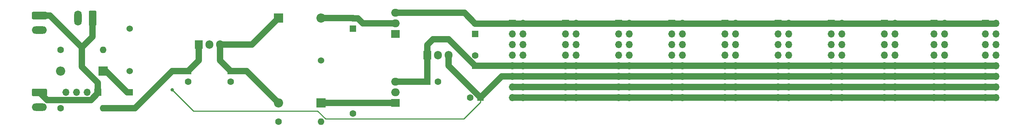
<source format=gbr>
%TF.GenerationSoftware,KiCad,Pcbnew,5.1.6*%
%TF.CreationDate,2020-09-08T23:32:54+02:00*%
%TF.ProjectId,psu,7073752e-6b69-4636-9164-5f7063625858,rev?*%
%TF.SameCoordinates,Original*%
%TF.FileFunction,Copper,L2,Bot*%
%TF.FilePolarity,Positive*%
%FSLAX46Y46*%
G04 Gerber Fmt 4.6, Leading zero omitted, Abs format (unit mm)*
G04 Created by KiCad (PCBNEW 5.1.6) date 2020-09-08 23:32:54*
%MOMM*%
%LPD*%
G01*
G04 APERTURE LIST*
%TA.AperFunction,ComponentPad*%
%ADD10O,1.905000X2.000000*%
%TD*%
%TA.AperFunction,ComponentPad*%
%ADD11R,1.905000X2.000000*%
%TD*%
%TA.AperFunction,ComponentPad*%
%ADD12O,1.600000X1.600000*%
%TD*%
%TA.AperFunction,ComponentPad*%
%ADD13C,1.600000*%
%TD*%
%TA.AperFunction,ComponentPad*%
%ADD14O,2.200000X2.200000*%
%TD*%
%TA.AperFunction,ComponentPad*%
%ADD15R,2.200000X2.200000*%
%TD*%
%TA.AperFunction,ComponentPad*%
%ADD16R,1.600000X1.600000*%
%TD*%
%TA.AperFunction,ComponentPad*%
%ADD17O,1.800000X3.600000*%
%TD*%
%TA.AperFunction,ComponentPad*%
%ADD18O,3.600000X1.800000*%
%TD*%
%TA.AperFunction,ComponentPad*%
%ADD19O,2.000000X1.905000*%
%TD*%
%TA.AperFunction,ComponentPad*%
%ADD20R,2.000000X1.905000*%
%TD*%
%TA.AperFunction,ComponentPad*%
%ADD21O,1.700000X1.700000*%
%TD*%
%TA.AperFunction,ComponentPad*%
%ADD22R,1.700000X1.700000*%
%TD*%
%TA.AperFunction,ComponentPad*%
%ADD23C,1.524000*%
%TD*%
%TA.AperFunction,ComponentPad*%
%ADD24R,1.524000X1.524000*%
%TD*%
%TA.AperFunction,ViaPad*%
%ADD25C,0.800000*%
%TD*%
%TA.AperFunction,Conductor*%
%ADD26C,1.500000*%
%TD*%
%TA.AperFunction,Conductor*%
%ADD27C,0.250000*%
%TD*%
G04 APERTURE END LIST*
D10*
%TO.P,U5,3*%
%TO.N,Net-(C8-Pad1)*%
X88900000Y-85090000D03*
%TO.P,U5,2*%
%TO.N,GND*%
X86360000Y-85090000D03*
D11*
%TO.P,U5,1*%
%TO.N,Net-(C7-Pad1)*%
X83820000Y-85090000D03*
%TD*%
D12*
%TO.P,R3,2*%
%TO.N,0V*%
X113030000Y-103505000D03*
D13*
%TO.P,R3,1*%
%TO.N,GND*%
X102870000Y-103505000D03*
%TD*%
D12*
%TO.P,R2,2*%
%TO.N,Net-(C7-Pad1)*%
X60960000Y-100330000D03*
D13*
%TO.P,R2,1*%
%TO.N,VIN*%
X50800000Y-100330000D03*
%TD*%
D14*
%TO.P,D3,2*%
%TO.N,-15V*%
X113030000Y-78740000D03*
D15*
%TO.P,D3,1*%
%TO.N,Net-(C8-Pad1)*%
X102870000Y-78740000D03*
%TD*%
D14*
%TO.P,D2,2*%
%TO.N,Net-(C8-Pad1)*%
X102870000Y-99060000D03*
D15*
%TO.P,D2,1*%
%TO.N,+15V*%
X113030000Y-99060000D03*
%TD*%
D13*
%TO.P,C8,2*%
%TO.N,GND*%
X91440000Y-93940000D03*
D16*
%TO.P,C8,1*%
%TO.N,Net-(C8-Pad1)*%
X91440000Y-91440000D03*
%TD*%
D13*
%TO.P,C7,2*%
%TO.N,GND*%
X81280000Y-93940000D03*
D16*
%TO.P,C7,1*%
%TO.N,Net-(C7-Pad1)*%
X81280000Y-91440000D03*
%TD*%
D17*
%TO.P,J3,2*%
%TO.N,GND*%
X54920000Y-78740000D03*
%TO.P,J3,1*%
%TO.N,Net-(J1-Pad1)*%
%TA.AperFunction,ComponentPad*%
G36*
G01*
X59320000Y-77190000D02*
X59320000Y-80290000D01*
G75*
G02*
X59070000Y-80540000I-250000J0D01*
G01*
X57770000Y-80540000D01*
G75*
G02*
X57520000Y-80290000I0J250000D01*
G01*
X57520000Y-77190000D01*
G75*
G02*
X57770000Y-76940000I250000J0D01*
G01*
X59070000Y-76940000D01*
G75*
G02*
X59320000Y-77190000I0J-250000D01*
G01*
G37*
%TD.AperFunction*%
%TD*%
D18*
%TO.P,J2,2*%
%TO.N,GND*%
X45720000Y-81605000D03*
%TO.P,J2,1*%
%TO.N,Net-(J1-Pad1)*%
%TA.AperFunction,ComponentPad*%
G36*
G01*
X44170000Y-77205000D02*
X47270000Y-77205000D01*
G75*
G02*
X47520000Y-77455000I0J-250000D01*
G01*
X47520000Y-78755000D01*
G75*
G02*
X47270000Y-79005000I-250000J0D01*
G01*
X44170000Y-79005000D01*
G75*
G02*
X43920000Y-78755000I0J250000D01*
G01*
X43920000Y-77455000D01*
G75*
G02*
X44170000Y-77205000I250000J0D01*
G01*
G37*
%TD.AperFunction*%
%TD*%
%TO.P,J1,2*%
%TO.N,GND*%
X45720000Y-100020000D03*
%TO.P,J1,1*%
%TO.N,Net-(J1-Pad1)*%
%TA.AperFunction,ComponentPad*%
G36*
G01*
X44170000Y-95620000D02*
X47270000Y-95620000D01*
G75*
G02*
X47520000Y-95870000I0J-250000D01*
G01*
X47520000Y-97170000D01*
G75*
G02*
X47270000Y-97420000I-250000J0D01*
G01*
X44170000Y-97420000D01*
G75*
G02*
X43920000Y-97170000I0J250000D01*
G01*
X43920000Y-95870000D01*
G75*
G02*
X44170000Y-95620000I250000J0D01*
G01*
G37*
%TD.AperFunction*%
%TD*%
D19*
%TO.P,U3,3*%
%TO.N,-12V*%
X130810000Y-77470000D03*
%TO.P,U3,2*%
%TO.N,-15V*%
X130810000Y-80010000D03*
D20*
%TO.P,U3,1*%
%TO.N,0V*%
X130810000Y-82550000D03*
%TD*%
D19*
%TO.P,U2,3*%
%TO.N,+12V*%
X130810000Y-93980000D03*
%TO.P,U2,2*%
%TO.N,0V*%
X130810000Y-96520000D03*
D20*
%TO.P,U2,1*%
%TO.N,+15V*%
X130810000Y-99060000D03*
%TD*%
D21*
%TO.P,J13,16*%
%TO.N,Gate*%
X274320000Y-97790000D03*
%TO.P,J13,15*%
X271780000Y-97790000D03*
%TO.P,J13,14*%
%TO.N,CV*%
X274320000Y-95250000D03*
%TO.P,J13,13*%
X271780000Y-95250000D03*
%TO.P,J13,12*%
%TO.N,+5V*%
X274320000Y-92710000D03*
%TO.P,J13,11*%
X271780000Y-92710000D03*
%TO.P,J13,10*%
%TO.N,+12V*%
X274320000Y-90170000D03*
%TO.P,J13,9*%
X271780000Y-90170000D03*
%TO.P,J13,8*%
%TO.N,0V*%
X274320000Y-87630000D03*
%TO.P,J13,7*%
X271780000Y-87630000D03*
%TO.P,J13,6*%
X274320000Y-85090000D03*
%TO.P,J13,5*%
X271780000Y-85090000D03*
%TO.P,J13,4*%
X274320000Y-82550000D03*
%TO.P,J13,3*%
X271780000Y-82550000D03*
%TO.P,J13,2*%
%TO.N,-12V*%
X274320000Y-80010000D03*
D22*
%TO.P,J13,1*%
X271780000Y-80010000D03*
%TD*%
D21*
%TO.P,J12,16*%
%TO.N,Gate*%
X262024759Y-97790000D03*
%TO.P,J12,15*%
X259484759Y-97790000D03*
%TO.P,J12,14*%
%TO.N,CV*%
X262024759Y-95250000D03*
%TO.P,J12,13*%
X259484759Y-95250000D03*
%TO.P,J12,12*%
%TO.N,+5V*%
X262024759Y-92710000D03*
%TO.P,J12,11*%
X259484759Y-92710000D03*
%TO.P,J12,10*%
%TO.N,+12V*%
X262024759Y-90170000D03*
%TO.P,J12,9*%
X259484759Y-90170000D03*
%TO.P,J12,8*%
%TO.N,0V*%
X262024759Y-87630000D03*
%TO.P,J12,7*%
X259484759Y-87630000D03*
%TO.P,J12,6*%
X262024759Y-85090000D03*
%TO.P,J12,5*%
X259484759Y-85090000D03*
%TO.P,J12,4*%
X262024759Y-82550000D03*
%TO.P,J12,3*%
X259484759Y-82550000D03*
%TO.P,J12,2*%
%TO.N,-12V*%
X262024759Y-80010000D03*
D22*
%TO.P,J12,1*%
X259484759Y-80010000D03*
%TD*%
D21*
%TO.P,J11,16*%
%TO.N,Gate*%
X250190000Y-97790000D03*
%TO.P,J11,15*%
X247650000Y-97790000D03*
%TO.P,J11,14*%
%TO.N,CV*%
X250190000Y-95250000D03*
%TO.P,J11,13*%
X247650000Y-95250000D03*
%TO.P,J11,12*%
%TO.N,+5V*%
X250190000Y-92710000D03*
%TO.P,J11,11*%
X247650000Y-92710000D03*
%TO.P,J11,10*%
%TO.N,+12V*%
X250190000Y-90170000D03*
%TO.P,J11,9*%
X247650000Y-90170000D03*
%TO.P,J11,8*%
%TO.N,0V*%
X250190000Y-87630000D03*
%TO.P,J11,7*%
X247650000Y-87630000D03*
%TO.P,J11,6*%
X250190000Y-85090000D03*
%TO.P,J11,5*%
X247650000Y-85090000D03*
%TO.P,J11,4*%
X250190000Y-82550000D03*
%TO.P,J11,3*%
X247650000Y-82550000D03*
%TO.P,J11,2*%
%TO.N,-12V*%
X250190000Y-80010000D03*
D22*
%TO.P,J11,1*%
X247650000Y-80010000D03*
%TD*%
D21*
%TO.P,J10,16*%
%TO.N,Gate*%
X237490000Y-97790000D03*
%TO.P,J10,15*%
X234950000Y-97790000D03*
%TO.P,J10,14*%
%TO.N,CV*%
X237490000Y-95250000D03*
%TO.P,J10,13*%
X234950000Y-95250000D03*
%TO.P,J10,12*%
%TO.N,+5V*%
X237490000Y-92710000D03*
%TO.P,J10,11*%
X234950000Y-92710000D03*
%TO.P,J10,10*%
%TO.N,+12V*%
X237490000Y-90170000D03*
%TO.P,J10,9*%
X234950000Y-90170000D03*
%TO.P,J10,8*%
%TO.N,0V*%
X237490000Y-87630000D03*
%TO.P,J10,7*%
X234950000Y-87630000D03*
%TO.P,J10,6*%
X237490000Y-85090000D03*
%TO.P,J10,5*%
X234950000Y-85090000D03*
%TO.P,J10,4*%
X237490000Y-82550000D03*
%TO.P,J10,3*%
X234950000Y-82550000D03*
%TO.P,J10,2*%
%TO.N,-12V*%
X237490000Y-80010000D03*
D22*
%TO.P,J10,1*%
X234950000Y-80010000D03*
%TD*%
D21*
%TO.P,J9,16*%
%TO.N,Gate*%
X224790000Y-97790000D03*
%TO.P,J9,15*%
X222250000Y-97790000D03*
%TO.P,J9,14*%
%TO.N,CV*%
X224790000Y-95250000D03*
%TO.P,J9,13*%
X222250000Y-95250000D03*
%TO.P,J9,12*%
%TO.N,+5V*%
X224790000Y-92710000D03*
%TO.P,J9,11*%
X222250000Y-92710000D03*
%TO.P,J9,10*%
%TO.N,+12V*%
X224790000Y-90170000D03*
%TO.P,J9,9*%
X222250000Y-90170000D03*
%TO.P,J9,8*%
%TO.N,0V*%
X224790000Y-87630000D03*
%TO.P,J9,7*%
X222250000Y-87630000D03*
%TO.P,J9,6*%
X224790000Y-85090000D03*
%TO.P,J9,5*%
X222250000Y-85090000D03*
%TO.P,J9,4*%
X224790000Y-82550000D03*
%TO.P,J9,3*%
X222250000Y-82550000D03*
%TO.P,J9,2*%
%TO.N,-12V*%
X224790000Y-80010000D03*
D22*
%TO.P,J9,1*%
X222250000Y-80010000D03*
%TD*%
D21*
%TO.P,J8,16*%
%TO.N,Gate*%
X212090000Y-97790000D03*
%TO.P,J8,15*%
X209550000Y-97790000D03*
%TO.P,J8,14*%
%TO.N,CV*%
X212090000Y-95250000D03*
%TO.P,J8,13*%
X209550000Y-95250000D03*
%TO.P,J8,12*%
%TO.N,+5V*%
X212090000Y-92710000D03*
%TO.P,J8,11*%
X209550000Y-92710000D03*
%TO.P,J8,10*%
%TO.N,+12V*%
X212090000Y-90170000D03*
%TO.P,J8,9*%
X209550000Y-90170000D03*
%TO.P,J8,8*%
%TO.N,0V*%
X212090000Y-87630000D03*
%TO.P,J8,7*%
X209550000Y-87630000D03*
%TO.P,J8,6*%
X212090000Y-85090000D03*
%TO.P,J8,5*%
X209550000Y-85090000D03*
%TO.P,J8,4*%
X212090000Y-82550000D03*
%TO.P,J8,3*%
X209550000Y-82550000D03*
%TO.P,J8,2*%
%TO.N,-12V*%
X212090000Y-80010000D03*
D22*
%TO.P,J8,1*%
X209550000Y-80010000D03*
%TD*%
D21*
%TO.P,J7,16*%
%TO.N,Gate*%
X199390000Y-97790000D03*
%TO.P,J7,15*%
X196850000Y-97790000D03*
%TO.P,J7,14*%
%TO.N,CV*%
X199390000Y-95250000D03*
%TO.P,J7,13*%
X196850000Y-95250000D03*
%TO.P,J7,12*%
%TO.N,+5V*%
X199390000Y-92710000D03*
%TO.P,J7,11*%
X196850000Y-92710000D03*
%TO.P,J7,10*%
%TO.N,+12V*%
X199390000Y-90170000D03*
%TO.P,J7,9*%
X196850000Y-90170000D03*
%TO.P,J7,8*%
%TO.N,0V*%
X199390000Y-87630000D03*
%TO.P,J7,7*%
X196850000Y-87630000D03*
%TO.P,J7,6*%
X199390000Y-85090000D03*
%TO.P,J7,5*%
X196850000Y-85090000D03*
%TO.P,J7,4*%
X199390000Y-82550000D03*
%TO.P,J7,3*%
X196850000Y-82550000D03*
%TO.P,J7,2*%
%TO.N,-12V*%
X199390000Y-80010000D03*
D22*
%TO.P,J7,1*%
X196850000Y-80010000D03*
%TD*%
D21*
%TO.P,J6,16*%
%TO.N,Gate*%
X186690000Y-97790000D03*
%TO.P,J6,15*%
X184150000Y-97790000D03*
%TO.P,J6,14*%
%TO.N,CV*%
X186690000Y-95250000D03*
%TO.P,J6,13*%
X184150000Y-95250000D03*
%TO.P,J6,12*%
%TO.N,+5V*%
X186690000Y-92710000D03*
%TO.P,J6,11*%
X184150000Y-92710000D03*
%TO.P,J6,10*%
%TO.N,+12V*%
X186690000Y-90170000D03*
%TO.P,J6,9*%
X184150000Y-90170000D03*
%TO.P,J6,8*%
%TO.N,0V*%
X186690000Y-87630000D03*
%TO.P,J6,7*%
X184150000Y-87630000D03*
%TO.P,J6,6*%
X186690000Y-85090000D03*
%TO.P,J6,5*%
X184150000Y-85090000D03*
%TO.P,J6,4*%
X186690000Y-82550000D03*
%TO.P,J6,3*%
X184150000Y-82550000D03*
%TO.P,J6,2*%
%TO.N,-12V*%
X186690000Y-80010000D03*
D22*
%TO.P,J6,1*%
X184150000Y-80010000D03*
%TD*%
D21*
%TO.P,J5,16*%
%TO.N,Gate*%
X173990000Y-97790000D03*
%TO.P,J5,15*%
X171450000Y-97790000D03*
%TO.P,J5,14*%
%TO.N,CV*%
X173990000Y-95250000D03*
%TO.P,J5,13*%
X171450000Y-95250000D03*
%TO.P,J5,12*%
%TO.N,+5V*%
X173990000Y-92710000D03*
%TO.P,J5,11*%
X171450000Y-92710000D03*
%TO.P,J5,10*%
%TO.N,+12V*%
X173990000Y-90170000D03*
%TO.P,J5,9*%
X171450000Y-90170000D03*
%TO.P,J5,8*%
%TO.N,0V*%
X173990000Y-87630000D03*
%TO.P,J5,7*%
X171450000Y-87630000D03*
%TO.P,J5,6*%
X173990000Y-85090000D03*
%TO.P,J5,5*%
X171450000Y-85090000D03*
%TO.P,J5,4*%
X173990000Y-82550000D03*
%TO.P,J5,3*%
X171450000Y-82550000D03*
%TO.P,J5,2*%
%TO.N,-12V*%
X173990000Y-80010000D03*
D22*
%TO.P,J5,1*%
X171450000Y-80010000D03*
%TD*%
D21*
%TO.P,J4,16*%
%TO.N,Gate*%
X161290000Y-97790000D03*
%TO.P,J4,15*%
X158750000Y-97790000D03*
%TO.P,J4,14*%
%TO.N,CV*%
X161290000Y-95250000D03*
%TO.P,J4,13*%
X158750000Y-95250000D03*
%TO.P,J4,12*%
%TO.N,+5V*%
X161290000Y-92710000D03*
%TO.P,J4,11*%
X158750000Y-92710000D03*
%TO.P,J4,10*%
%TO.N,+12V*%
X161290000Y-90170000D03*
%TO.P,J4,9*%
X158750000Y-90170000D03*
%TO.P,J4,8*%
%TO.N,0V*%
X161290000Y-87630000D03*
%TO.P,J4,7*%
X158750000Y-87630000D03*
%TO.P,J4,6*%
X161290000Y-85090000D03*
%TO.P,J4,5*%
X158750000Y-85090000D03*
%TO.P,J4,4*%
X161290000Y-82550000D03*
%TO.P,J4,3*%
X158750000Y-82550000D03*
%TO.P,J4,2*%
%TO.N,-12V*%
X161290000Y-80010000D03*
D22*
%TO.P,J4,1*%
X158750000Y-80010000D03*
%TD*%
D13*
%TO.P,C6,2*%
%TO.N,0V*%
X148630000Y-97790000D03*
D16*
%TO.P,C6,1*%
%TO.N,+5V*%
X151130000Y-97790000D03*
%TD*%
D10*
%TO.P,U4,3*%
%TO.N,+5V*%
X143510000Y-87630000D03*
%TO.P,U4,2*%
%TO.N,0V*%
X140970000Y-87630000D03*
D11*
%TO.P,U4,1*%
%TO.N,+12V*%
X138430000Y-87630000D03*
%TD*%
D23*
%TO.P,U1,5*%
%TO.N,0V*%
X113030000Y-88900000D03*
%TO.P,U1,4*%
%TO.N,-15V*%
X113030000Y-78740000D03*
%TO.P,U1,6*%
%TO.N,+15V*%
X113030000Y-99060000D03*
%TO.P,U1,3*%
%TO.N,Net-(U1-Pad3)*%
X67310000Y-81280000D03*
%TO.P,U1,2*%
%TO.N,GND*%
X67310000Y-91440000D03*
D24*
%TO.P,U1,1*%
%TO.N,Net-(D1-Pad1)*%
X67310000Y-96520000D03*
%TD*%
D21*
%TO.P,SW1,4*%
%TO.N,VIN*%
X52070000Y-96520000D03*
%TO.P,SW1,3*%
%TO.N,Net-(R1-Pad2)*%
X54610000Y-96520000D03*
%TO.P,SW1,2*%
%TO.N,GND*%
X57150000Y-96520000D03*
D22*
%TO.P,SW1,1*%
%TO.N,Net-(J1-Pad1)*%
X59690000Y-96520000D03*
%TD*%
D12*
%TO.P,R1,2*%
%TO.N,Net-(R1-Pad2)*%
X60960000Y-86360000D03*
D13*
%TO.P,R1,1*%
%TO.N,+5V*%
X50800000Y-86360000D03*
%TD*%
D14*
%TO.P,D1,2*%
%TO.N,VIN*%
X50800000Y-91440000D03*
D15*
%TO.P,D1,1*%
%TO.N,Net-(D1-Pad1)*%
X60960000Y-91440000D03*
%TD*%
D13*
%TO.P,C5,2*%
%TO.N,0V*%
X149860000Y-87670000D03*
D16*
%TO.P,C5,1*%
%TO.N,+12V*%
X149860000Y-90170000D03*
%TD*%
D13*
%TO.P,C4,2*%
%TO.N,-12V*%
X149860000Y-80050000D03*
D16*
%TO.P,C4,1*%
%TO.N,0V*%
X149860000Y-82550000D03*
%TD*%
D13*
%TO.P,C3,2*%
%TO.N,0V*%
X140930000Y-93980000D03*
D16*
%TO.P,C3,1*%
%TO.N,+12V*%
X138430000Y-93980000D03*
%TD*%
D13*
%TO.P,C2,2*%
%TO.N,-15V*%
X120650000Y-78780000D03*
D16*
%TO.P,C2,1*%
%TO.N,0V*%
X120650000Y-81280000D03*
%TD*%
D13*
%TO.P,C1,2*%
%TO.N,0V*%
X120650000Y-101560000D03*
D16*
%TO.P,C1,1*%
%TO.N,+15V*%
X120650000Y-99060000D03*
%TD*%
D25*
%TO.N,+5V*%
X77470000Y-95885000D03*
%TD*%
D26*
%TO.N,+12V*%
X274320000Y-90170000D02*
X149860000Y-90170000D01*
X130810000Y-93980000D02*
X138430000Y-93980000D01*
X138430000Y-87630000D02*
X138430000Y-93980000D01*
X143510000Y-83820000D02*
X149860000Y-90170000D01*
X139740000Y-83820000D02*
X143510000Y-83820000D01*
X138430000Y-85130000D02*
X139740000Y-83820000D01*
X138430000Y-87630000D02*
X138430000Y-85130000D01*
%TO.N,-12V*%
X147280000Y-77470000D02*
X149860000Y-80050000D01*
X130810000Y-77470000D02*
X147280000Y-77470000D01*
X274280000Y-80050000D02*
X274320000Y-80010000D01*
X149860000Y-80050000D02*
X274280000Y-80050000D01*
%TO.N,Net-(D1-Pad1)*%
X61595000Y-91440000D02*
X66675000Y-96520000D01*
X66675000Y-96520000D02*
X67310000Y-96520000D01*
X60960000Y-91440000D02*
X61595000Y-91440000D01*
%TO.N,Net-(J1-Pad1)*%
X59690000Y-96395998D02*
X59690000Y-96520000D01*
X58420000Y-78740000D02*
X58420000Y-83185000D01*
X45720000Y-78105000D02*
X48260000Y-78105000D01*
X48260000Y-78105000D02*
X55880000Y-85725000D01*
X58420000Y-83185000D02*
X55880000Y-85725000D01*
X59690000Y-96644002D02*
X59690000Y-96520000D01*
X58014001Y-98320001D02*
X59690000Y-96644002D01*
X47520001Y-98320001D02*
X58014001Y-98320001D01*
X45720000Y-96520000D02*
X47520001Y-98320001D01*
X55880000Y-90360000D02*
X55880000Y-85725000D01*
X59690000Y-94170000D02*
X55880000Y-90360000D01*
X59690000Y-96520000D02*
X59690000Y-94170000D01*
%TO.N,+5V*%
X143510000Y-90170000D02*
X151130000Y-97790000D01*
X143510000Y-87630000D02*
X143510000Y-90170000D01*
X156210000Y-92710000D02*
X158750000Y-92710000D01*
X151130000Y-97790000D02*
X156210000Y-92710000D01*
X158750000Y-92710000D02*
X274320000Y-92710000D01*
D27*
X151130000Y-98840000D02*
X147100000Y-102870000D01*
X151130000Y-97790000D02*
X151130000Y-98840000D01*
X114060002Y-102870000D02*
X112155002Y-100965000D01*
X147100000Y-102870000D02*
X114060002Y-102870000D01*
X82550000Y-100965000D02*
X77470000Y-95885000D01*
X112155002Y-100965000D02*
X82550000Y-100965000D01*
D26*
%TO.N,Gate*%
X158750000Y-97790000D02*
X274320000Y-97790000D01*
%TO.N,CV*%
X274320000Y-95250000D02*
X158750000Y-95250000D01*
%TO.N,+15V*%
X130810000Y-99060000D02*
X113030000Y-99060000D01*
%TO.N,-15V*%
X120610000Y-78740000D02*
X120650000Y-78780000D01*
X113030000Y-78740000D02*
X120610000Y-78740000D01*
X123011370Y-80010000D02*
X130810000Y-80010000D01*
X121781370Y-78780000D02*
X123011370Y-80010000D01*
X120650000Y-78780000D02*
X121781370Y-78780000D01*
%TO.N,Net-(C7-Pad1)*%
X83820000Y-88900000D02*
X81280000Y-91440000D01*
X83820000Y-85090000D02*
X83820000Y-88900000D01*
X77470000Y-91440000D02*
X81280000Y-91440000D01*
X68580000Y-100330000D02*
X77470000Y-91440000D01*
X60960000Y-100330000D02*
X68580000Y-100330000D01*
%TO.N,Net-(C8-Pad1)*%
X88900000Y-88900000D02*
X91440000Y-91440000D01*
X88900000Y-85090000D02*
X88900000Y-88900000D01*
X95250000Y-91440000D02*
X91440000Y-91440000D01*
X102870000Y-99060000D02*
X95250000Y-91440000D01*
X96520000Y-85090000D02*
X102870000Y-78740000D01*
X88900000Y-85090000D02*
X96520000Y-85090000D01*
%TD*%
M02*

</source>
